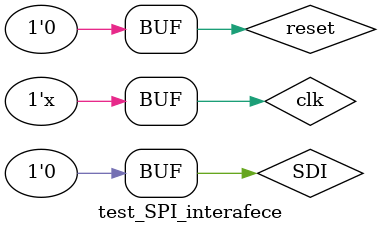
<source format=v>
`timescale 1ns / 1ps


module test_SPI_interafece;

	// Inputs
	reg clk;
	reg reset;
	wire SCLK_pulse;
	wire [17:0] tx_data;
	wire transmit;
	reg SDI;
	wire read;
	wire write;

	// Outputs
	wire tx_done;
	wire [7:0] rx_data;
	wire SDO;
	wire CS;
	wire SCLK_start;
	wire SCLK;
	
	SCLK_gen clk_gen (
		.clk(clk), 
		.reset(reset),
		.SCLK_start(SCLK_start),
		.SCLK(SCLK), 
		.SCLK_pulse(SCLK_pulse),
		.read(read), 
		.write(write)
	);
	
	state_controller FSM (
		.clk(clk), 
		.reset(reset), 
		.rx_data(rx_data), 
		.tx_done(tx_done), 
		.tx_data(tx_data), 
		.transmit(transmit)
	);

	// Instantiate the Unit Under Test (UUT)
	SPI_interface uut (
		.clk(clk), 
		.reset(reset), 
		.SCLK_pulse(SCLK_pulse), 
		.tx_data(tx_data), 
		.transmit(transmit), 
		.SDI(SDI), 
		.read(read), 
		.write(write), 
		.tx_done(tx_done), 
		.rx_data(rx_data), 
		.SDO(SDO), 
		.CS(CS), 
		.SCLK_start(SCLK_start)
	);

	always #5 clk = ~clk;
	
	initial begin
		// Initialize Inputs
		clk = 0;
		reset = 1;
		SDI = 0;

		// Wait 100 ns for global reset to finish
		#1000;
		
		reset = 0;
		
		#7000;
		reset = 0;
		#1000;
		
		
        
		// Add stimulus here

	end
      
endmodule


</source>
